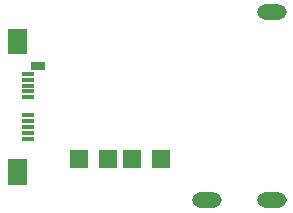
<source format=gbr>
%TF.GenerationSoftware,KiCad,Pcbnew,8.0.8*%
%TF.CreationDate,2025-02-21T00:18:55+11:00*%
%TF.ProjectId,FrameworkDongleHiderRetrofit,4672616d-6577-46f7-926b-446f6e676c65,rev?*%
%TF.SameCoordinates,Original*%
%TF.FileFunction,Soldermask,Bot*%
%TF.FilePolarity,Negative*%
%FSLAX46Y46*%
G04 Gerber Fmt 4.6, Leading zero omitted, Abs format (unit mm)*
G04 Created by KiCad (PCBNEW 8.0.8) date 2025-02-21 00:18:55*
%MOMM*%
%LPD*%
G01*
G04 APERTURE LIST*
%ADD10C,0.100000*%
%ADD11R,1.000000X0.380000*%
%ADD12R,1.150000X0.700000*%
%ADD13O,2.500000X1.300000*%
%ADD14R,1.500000X1.500000*%
G04 APERTURE END LIST*
D10*
X135577500Y-106240000D02*
X137177500Y-106240000D01*
X137177500Y-108365000D01*
X135577500Y-108365000D01*
X135577500Y-106240000D01*
G36*
X135577500Y-106240000D02*
G01*
X137177500Y-106240000D01*
X137177500Y-108365000D01*
X135577500Y-108365000D01*
X135577500Y-106240000D01*
G37*
X135577500Y-95240000D02*
X137177500Y-95240000D01*
X137177500Y-97265000D01*
X135577500Y-97265000D01*
X135577500Y-95240000D01*
G36*
X135577500Y-95240000D02*
G01*
X137177500Y-95240000D01*
X137177500Y-97265000D01*
X135577500Y-97265000D01*
X135577500Y-95240000D01*
G37*
D11*
%TO.C,P1*%
X137327500Y-98990000D03*
X137327500Y-99490000D03*
X137327500Y-99990000D03*
X137327500Y-100490000D03*
X137327500Y-100990000D03*
X137327500Y-102490000D03*
X137327500Y-102990000D03*
X137327500Y-103490000D03*
X137327500Y-103990000D03*
X137327500Y-104490000D03*
D12*
X138167500Y-98320000D03*
%TD*%
D13*
%TO.C,J3*%
X152447500Y-109700000D03*
X157947500Y-109700000D03*
X157947500Y-93800000D03*
%TD*%
D14*
%TO.C,USB2*%
X141602500Y-106240000D03*
X144102500Y-106240000D03*
X146102500Y-106240000D03*
X148602500Y-106240000D03*
%TD*%
M02*

</source>
